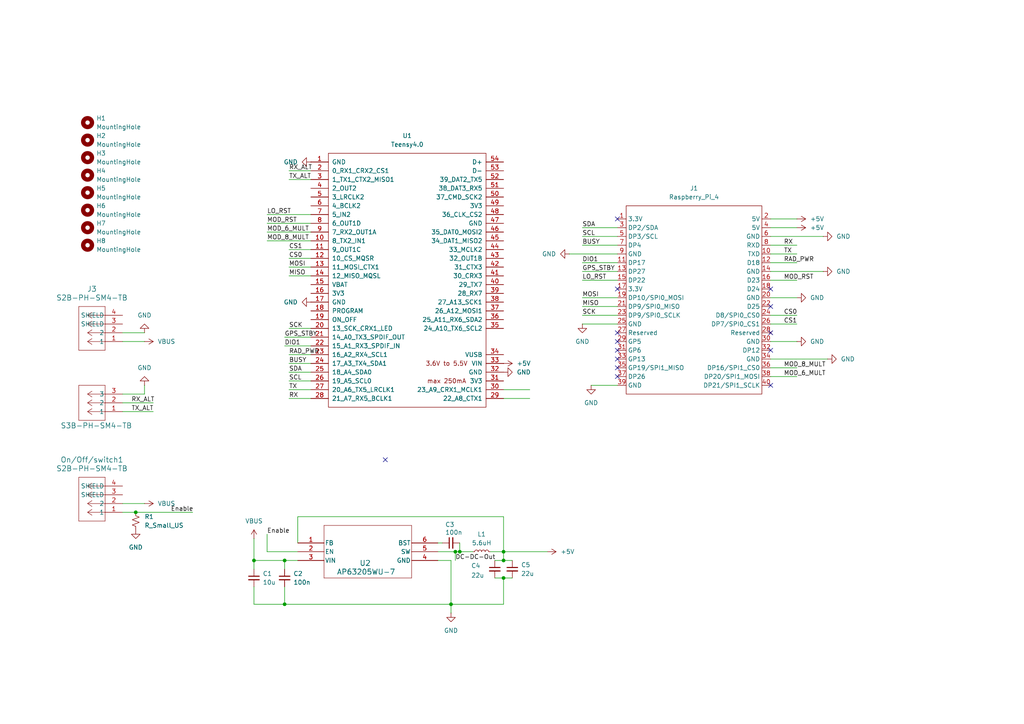
<source format=kicad_sch>
(kicad_sch (version 20231120) (generator "eeschema") (generator_version "8.0")
  (paper "A4")
  (lib_symbols
    (symbol "2024-11-16_05-47-24:AP63205WU-7" (pin_names (offset 0.254))
      (property "Reference" "U3" (at 19.558 -5.842 0))
      (property "Value" "AP63205WU-7" (at 19.812 -8.382 0))
      (symbol "AP63205WU-7_0_1"
        (polyline (pts (xy 7.62 -10.16) (xy 33.02 -10.16)) (stroke (width 0.127)))
        (polyline (pts (xy 7.62 5.08) (xy 7.62 -10.16)) (stroke (width 0.127)))
        (polyline (pts (xy 33.02 -10.16) (xy 33.02 5.08)) (stroke (width 0.127)))
        (polyline (pts (xy 33.02 5.08) (xy 7.62 5.08)) (stroke (width 0.127)))
        (pin input line (at 0 0 0) (length 7.62) (name "FB") (number "1"))
        (pin input line (at 0 -2.54 0) (length 7.62) (name "EN") (number "2"))
        (pin power_in line (at 0 -5.08 0) (length 7.62) (name "VIN") (number "3"))
        (pin power_out line (at 40.64 -5.08 180) (length 7.62) (name "GND") (number "4"))
        (pin output line (at 40.64 -2.54 180) (length 7.62) (name "SW") (number "5"))
        (pin input line (at 40.64 0 180) (length 7.62) (name "BST") (number "6"))
      )
    )
    (symbol "Device:C_Small" (pin_numbers hide) (pin_names (offset 0.254) hide)
      (property "Reference" "C" (at 0.254 1.778 0))
      (property "Value" "C_Small" (at 0.254 -2.032 0))
      (symbol "C_Small_0_1"
        (polyline (pts (xy -1.524 -0.508) (xy 1.524 -0.508)) (stroke (width 0.3302)))
        (polyline (pts (xy -1.524 0.508) (xy 1.524 0.508)) (stroke (width 0.3048)))
      )
      (symbol "C_Small_1_1"
        (pin passive line (at 0 2.54 270) (length 2.032) (name "~") (number "1"))
        (pin passive line (at 0 -2.54 90) (length 2.032) (name "~") (number "2"))
      )
    )
    (symbol "Device:L_Small" (pin_numbers hide) (pin_names (offset 0.254) hide)
      (property "Reference" "L" (at 0.762 1.016 0))
      (property "Value" "L_Small" (at 0.762 -1.016 0))
      (symbol "L_Small_0_1"
        (arc (start 0 -2.032) (mid 0.5058 -1.524) (end 0 -1.016))
        (arc (start 0 -1.016) (mid 0.5058 -0.508) (end 0 0))
        (arc (start 0 0) (mid 0.5058 0.508) (end 0 1.016))
        (arc (start 0 1.016) (mid 0.5058 1.524) (end 0 2.032))
      )
      (symbol "L_Small_1_1"
        (pin passive line (at 0 2.54 270) (length 0.508) (name "~") (number "1"))
        (pin passive line (at 0 -2.54 90) (length 0.508) (name "~") (number "2"))
      )
    )
    (symbol "Device:R_Small_US" (pin_numbers hide) (pin_names (offset 0.254) hide)
      (property "Reference" "R" (at 0.762 0.508 0))
      (property "Value" "R_Small_US" (at 0.762 -1.016 0))
      (symbol "R_Small_US_1_1"
        (polyline (pts (xy 0 0) (xy 1.016 -0.381) (xy 0 -0.762) (xy -1.016 -1.143) (xy 0 -1.524)))
        (polyline (pts (xy 0 1.524) (xy 1.016 1.143) (xy 0 0.762) (xy -1.016 0.381) (xy 0 0)))
        (pin passive line (at 0 2.54 270) (length 1.016) (name "~") (number "1"))
        (pin passive line (at 0 -2.54 90) (length 1.016) (name "~") (number "2"))
      )
    )
    (symbol "JST PH 2pin:S2B-PH-SM4-TB" (pin_names (offset 0.254))
      (property "Reference" "J" (at 8.89 6.35 0))
      (property "Value" "S2B-PH-SM4-TB" (at 0 0 0))
      (symbol "S2B-PH-SM4-TB_1_1"
        (polyline (pts (xy 5.08 -10.16) (xy 12.7 -10.16)) (stroke (width 0.127)))
        (polyline (pts (xy 5.08 2.54) (xy 5.08 -10.16)) (stroke (width 0.127)))
        (polyline (pts (xy 10.16 -7.62) (xy 5.08 -7.62)) (stroke (width 0.127)))
        (polyline (pts (xy 10.16 -7.62) (xy 8.89 -8.4667)) (stroke (width 0.127)))
        (polyline (pts (xy 10.16 -7.62) (xy 8.89 -6.7733)) (stroke (width 0.127)))
        (polyline (pts (xy 10.16 -5.08) (xy 5.08 -5.08)) (stroke (width 0.127)))
        (polyline (pts (xy 10.16 -5.08) (xy 8.89 -5.9267)) (stroke (width 0.127)))
        (polyline (pts (xy 10.16 -5.08) (xy 8.89 -4.2333)) (stroke (width 0.127)))
        (polyline (pts (xy 10.16 -2.54) (xy 5.08 -2.54)) (stroke (width 0.127)))
        (polyline (pts (xy 10.16 -2.54) (xy 8.89 -3.3867)) (stroke (width 0.127)))
        (polyline (pts (xy 10.16 -2.54) (xy 8.89 -1.6933)) (stroke (width 0.127)))
        (polyline (pts (xy 10.16 0) (xy 5.08 0)) (stroke (width 0.127)))
        (polyline (pts (xy 10.16 0) (xy 8.89 -0.8467)) (stroke (width 0.127)))
        (polyline (pts (xy 10.16 0) (xy 8.89 0.8467)) (stroke (width 0.127)))
        (polyline (pts (xy 12.7 -10.16) (xy 12.7 2.54)) (stroke (width 0.127)))
        (polyline (pts (xy 12.7 2.54) (xy 5.08 2.54)) (stroke (width 0.127)))
        (pin unspecified line (at 0 0 0) (length 5.08) (name "1") (number "1"))
        (pin unspecified line (at 0 -2.54 0) (length 5.08) (name "2") (number "2"))
        (pin unspecified line (at 0 -5.08 0) (length 5.08) (name "SHIELD") (number "3"))
        (pin unspecified line (at 0 -7.62 0) (length 5.08) (name "SHIELD") (number "4"))
      )
      (symbol "S2B-PH-SM4-TB_1_2"
        (polyline (pts (xy 5.08 -10.16) (xy 12.7 -10.16)) (stroke (width 0.127)))
        (polyline (pts (xy 5.08 2.54) (xy 5.08 -10.16)) (stroke (width 0.127)))
        (polyline (pts (xy 7.62 -7.62) (xy 5.08 -7.62)) (stroke (width 0.127)))
        (polyline (pts (xy 7.62 -7.62) (xy 8.89 -8.4667)) (stroke (width 0.127)))
        (polyline (pts (xy 7.62 -7.62) (xy 8.89 -6.7733)) (stroke (width 0.127)))
        (polyline (pts (xy 7.62 -5.08) (xy 5.08 -5.08)) (stroke (width 0.127)))
        (polyline (pts (xy 7.62 -5.08) (xy 8.89 -5.9267)) (stroke (width 0.127)))
        (polyline (pts (xy 7.62 -5.08) (xy 8.89 -4.2333)) (stroke (width 0.127)))
        (polyline (pts (xy 7.62 -2.54) (xy 5.08 -2.54)) (stroke (width 0.127)))
        (polyline (pts (xy 7.62 -2.54) (xy 8.89 -3.3867)) (stroke (width 0.127)))
        (polyline (pts (xy 7.62 -2.54) (xy 8.89 -1.6933)) (stroke (width 0.127)))
        (polyline (pts (xy 7.62 0) (xy 5.08 0)) (stroke (width 0.127)))
        (polyline (pts (xy 7.62 0) (xy 8.89 -0.8467)) (stroke (width 0.127)))
        (polyline (pts (xy 7.62 0) (xy 8.89 0.8467)) (stroke (width 0.127)))
        (polyline (pts (xy 12.7 -10.16) (xy 12.7 2.54)) (stroke (width 0.127)))
        (polyline (pts (xy 12.7 2.54) (xy 5.08 2.54)) (stroke (width 0.127)))
        (pin unspecified line (at 0 0 0) (length 5.08) (name "1") (number "1"))
        (pin unspecified line (at 0 -2.54 0) (length 5.08) (name "2") (number "2"))
        (pin unspecified line (at 0 -5.08 0) (length 5.08) (name "SHIELD") (number "3"))
        (pin unspecified line (at 0 -7.62 0) (length 5.08) (name "SHIELD") (number "4"))
      )
    )
    (symbol "JST PH 3pin:S3B-PH-SM4-TB" (pin_names (offset 0.254))
      (property "Reference" "J" (at 8.89 6.35 0))
      (property "Value" "S3B-PH-SM4-TB" (at 0 0 0))
      (symbol "S3B-PH-SM4-TB_1_1"
        (polyline (pts (xy 5.08 -7.62) (xy 12.7 -7.62)) (stroke (width 0.127)))
        (polyline (pts (xy 5.08 2.54) (xy 5.08 -7.62)) (stroke (width 0.127)))
        (polyline (pts (xy 10.16 -5.08) (xy 5.08 -5.08)) (stroke (width 0.127)))
        (polyline (pts (xy 10.16 -5.08) (xy 8.89 -5.9267)) (stroke (width 0.127)))
        (polyline (pts (xy 10.16 -5.08) (xy 8.89 -4.2333)) (stroke (width 0.127)))
        (polyline (pts (xy 10.16 -2.54) (xy 5.08 -2.54)) (stroke (width 0.127)))
        (polyline (pts (xy 10.16 -2.54) (xy 8.89 -3.3867)) (stroke (width 0.127)))
        (polyline (pts (xy 10.16 -2.54) (xy 8.89 -1.6933)) (stroke (width 0.127)))
        (polyline (pts (xy 10.16 0) (xy 5.08 0)) (stroke (width 0.127)))
        (polyline (pts (xy 10.16 0) (xy 8.89 -0.8467)) (stroke (width 0.127)))
        (polyline (pts (xy 10.16 0) (xy 8.89 0.8467)) (stroke (width 0.127)))
        (polyline (pts (xy 12.7 -7.62) (xy 12.7 2.54)) (stroke (width 0.127)))
        (polyline (pts (xy 12.7 2.54) (xy 5.08 2.54)) (stroke (width 0.127)))
        (pin unspecified line (at 0 0 0) (length 5.08) (name "1") (number "1"))
        (pin unspecified line (at 0 -2.54 0) (length 5.08) (name "2") (number "2"))
        (pin unspecified line (at 0 -5.08 0) (length 5.08) (name "3") (number "3"))
      )
      (symbol "S3B-PH-SM4-TB_1_2"
        (polyline (pts (xy 5.08 -7.62) (xy 12.7 -7.62)) (stroke (width 0.127)))
        (polyline (pts (xy 5.08 2.54) (xy 5.08 -7.62)) (stroke (width 0.127)))
        (polyline (pts (xy 7.62 -5.08) (xy 5.08 -5.08)) (stroke (width 0.127)))
        (polyline (pts (xy 7.62 -5.08) (xy 8.89 -5.9267)) (stroke (width 0.127)))
        (polyline (pts (xy 7.62 -5.08) (xy 8.89 -4.2333)) (stroke (width 0.127)))
        (polyline (pts (xy 7.62 -2.54) (xy 5.08 -2.54)) (stroke (width 0.127)))
        (polyline (pts (xy 7.62 -2.54) (xy 8.89 -3.3867)) (stroke (width 0.127)))
        (polyline (pts (xy 7.62 -2.54) (xy 8.89 -1.6933)) (stroke (width 0.127)))
        (polyline (pts (xy 7.62 0) (xy 5.08 0)) (stroke (width 0.127)))
        (polyline (pts (xy 7.62 0) (xy 8.89 -0.8467)) (stroke (width 0.127)))
        (polyline (pts (xy 7.62 0) (xy 8.89 0.8467)) (stroke (width 0.127)))
        (polyline (pts (xy 12.7 -7.62) (xy 12.7 2.54)) (stroke (width 0.127)))
        (polyline (pts (xy 12.7 2.54) (xy 5.08 2.54)) (stroke (width 0.127)))
        (pin unspecified line (at 0 0 0) (length 5.08) (name "1") (number "1"))
        (pin unspecified line (at 0 -2.54 0) (length 5.08) (name "2") (number "2"))
        (pin unspecified line (at 0 -5.08 0) (length 5.08) (name "3") (number "3"))
      )
    )
    (symbol "Mechanical:MountingHole" (pin_names (offset 1.016)) (exclude_from_sim yes) (in_bom no)
      (property "Reference" "H" (at 0 5.08 0))
      (property "Value" "MountingHole" (at 0 3.175 0))
      (symbol "MountingHole_0_1"
        (circle (center 0 0) (radius 1.27) (stroke (width 1.27)))
      )
    )
    (symbol "PI4:Raspberry_Pi_4_headers"
      (property "Reference" "J1" (at 0.635 34.29 0))
      (property "Value" "Raspberry_Pi_4" (at 0.635 31.75 0))
      (symbol "Raspberry_Pi_4_headers_0_1"
        (rectangle (start -19.05 29.21) (end 20.32 -25.4))
      )
      (symbol "Raspberry_Pi_4_headers_1_1"
        (pin power_in line (at -21.59 25.4 0) (length 2.54) (name "3.3V") (number "1"))
        (pin bidirectional line (at 22.86 15.24 180) (length 2.54) (name "TXD") (number "10"))
        (pin bidirectional line (at -21.59 12.7 0) (length 2.54) (name "DP17") (number "11"))
        (pin bidirectional line (at 22.86 12.7 180) (length 2.54) (name "D18") (number "12"))
        (pin bidirectional line (at -21.59 10.16 0) (length 2.54) (name "DP27") (number "13"))
        (pin power_in line (at 22.86 10.16 180) (length 2.54) (name "GND") (number "14"))
        (pin bidirectional line (at -21.59 7.62 0) (length 2.54) (name "DP22") (number "15"))
        (pin bidirectional line (at 22.86 7.62 180) (length 2.54) (name "D23") (number "16"))
        (pin power_in line (at -21.59 5.08 0) (length 2.54) (name "3.3V") (number "17"))
        (pin bidirectional line (at 22.86 5.08 180) (length 2.54) (name "D24") (number "18"))
        (pin bidirectional line (at -21.59 2.54 0) (length 2.54) (name "DP10/SPI0_MOSI") (number "19"))
        (pin power_in line (at 22.86 25.4 180) (length 2.54) (name "5V") (number "2"))
        (pin power_in line (at 22.86 2.54 180) (length 2.54) (name "GND") (number "20"))
        (pin bidirectional line (at -21.59 0 0) (length 2.54) (name "DP9/SPI0_MISO") (number "21"))
        (pin bidirectional line (at 22.86 0 180) (length 2.54) (name "D25") (number "22"))
        (pin bidirectional line (at -21.59 -2.54 0) (length 2.54) (name "DP9/SPI0_SCLK") (number "23"))
        (pin bidirectional line (at 22.86 -2.54 180) (length 2.54) (name "D8/SPI0_CS0") (number "24"))
        (pin power_in line (at -21.59 -5.08 0) (length 2.54) (name "GND") (number "25"))
        (pin bidirectional line (at 22.86 -5.08 180) (length 2.54) (name "DP7/SPI0_CS1") (number "26"))
        (pin bidirectional line (at -21.59 -7.62 0) (length 2.54) (name "Reserved") (number "27"))
        (pin no_connect line (at 22.86 -7.62 180) (length 2.54) (name "Reserved") (number "28"))
        (pin bidirectional line (at -21.59 -10.16 0) (length 2.54) (name "GP5") (number "29"))
        (pin bidirectional line (at -21.59 22.86 0) (length 2.54) (name "DP2/SDA") (number "3"))
        (pin power_in line (at 22.86 -10.16 180) (length 2.54) (name "GND") (number "30"))
        (pin bidirectional line (at -21.59 -12.7 0) (length 2.54) (name "GP6") (number "31"))
        (pin bidirectional line (at 22.86 -12.7 180) (length 2.54) (name "DP12") (number "32"))
        (pin bidirectional line (at -21.59 -15.24 0) (length 2.54) (name "GP13") (number "33"))
        (pin power_in line (at 22.86 -15.24 180) (length 2.54) (name "GND") (number "34"))
        (pin bidirectional line (at -21.59 -17.78 0) (length 2.54) (name "GP19/SPI1_MISO") (number "35"))
        (pin bidirectional line (at 22.86 -17.78 180) (length 2.54) (name "DP16/SPI1_CS0") (number "36"))
        (pin bidirectional line (at -21.59 -20.32 0) (length 2.54) (name "DP26") (number "37"))
        (pin bidirectional line (at 22.86 -20.32 180) (length 2.54) (name "DP20/SPI1_MOSI") (number "38"))
        (pin bidirectional line (at -21.59 -22.86 0) (length 2.54) (name "GND") (number "39"))
        (pin power_in line (at 22.86 22.86 180) (length 2.54) (name "5V") (number "4"))
        (pin bidirectional line (at 22.86 -22.86 180) (length 2.54) (name "DP21/SPI1_SCLK") (number "40"))
        (pin bidirectional line (at -21.59 20.32 0) (length 2.54) (name "DP3/SCL") (number "5"))
        (pin power_in line (at 22.86 20.32 180) (length 2.54) (name "GND") (number "6"))
        (pin bidirectional line (at -21.59 17.78 0) (length 2.54) (name "DP4") (number "7"))
        (pin bidirectional line (at 22.86 17.78 180) (length 2.54) (name "RXD") (number "8"))
        (pin power_in line (at -21.59 15.24 0) (length 2.54) (name "GND") (number "9"))
      )
    )
    (symbol "power:+5V" (power) (pin_numbers hide) (pin_names (offset 0) hide)
      (property "Value" "+5V" (at 0 3.556 0))
      (symbol "+5V_0_1"
        (polyline (pts (xy -0.762 1.27) (xy 0 2.54)))
        (polyline (pts (xy 0 0) (xy 0 2.54)))
        (polyline (pts (xy 0 2.54) (xy 0.762 1.27)))
      )
      (symbol "+5V_1_1"
        (pin power_in line (at 0 0 90) (length 0) (name "~") (number "1"))
      )
    )
    (symbol "power:GND" (power) (pin_numbers hide) (pin_names (offset 0) hide)
      (property "Value" "GND" (at 0 -3.81 0))
      (symbol "GND_0_1"
        (polyline (pts (xy 0 0) (xy 0 -1.27) (xy 1.27 -1.27) (xy 0 -2.54) (xy -1.27 -1.27) (xy 0 -1.27)))
      )
      (symbol "GND_1_1"
        (pin power_in line (at 0 0 270) (length 0) (name "~") (number "1"))
      )
    )
    (symbol "power:VBUS" (power) (pin_numbers hide) (pin_names (offset 0) hide)
      (property "Value" "VBUS" (at 0 3.556 0))
      (symbol "VBUS_0_1"
        (polyline (pts (xy -0.762 1.27) (xy 0 2.54)))
        (polyline (pts (xy 0 0) (xy 0 2.54)))
        (polyline (pts (xy 0 2.54) (xy 0.762 1.27)))
      )
      (symbol "VBUS_1_1"
        (pin power_in line (at 0 0 90) (length 0) (name "~") (number "1"))
      )
    )
    (symbol "teensy:Teensy4.0" (pin_names (offset 1.016))
      (property "Reference" "U" (at 0 39.37 0))
      (property "Value" "Teensy4.0" (at 0 -39.37 0))
      (symbol "Teensy4.0_0_0"
        (text "3.6V to 5.5V" (at 11.43 -24.13 0) (effects (font (size 1.27 1.27))))
        (text "max 250mA" (at 11.43 -29.21 0) (effects (font (size 1.27 1.27))))
        (pin bidirectional line (at -27.94 11.43 0) (length 5.08) (name "8_TX2_IN1") (number "10"))
        (pin bidirectional line (at -27.94 8.89 0) (length 5.08) (name "9_OUT1C") (number "11"))
        (pin bidirectional line (at -27.94 6.35 0) (length 5.08) (name "10_CS_MQSR") (number "12"))
        (pin bidirectional line (at -27.94 3.81 0) (length 5.08) (name "11_MOSI_CTX1") (number "13"))
        (pin bidirectional line (at -27.94 1.27 0) (length 5.08) (name "12_MISO_MQSL") (number "14"))
        (pin power_in line (at -27.94 -1.27 0) (length 5.08) (name "VBAT") (number "15"))
        (pin power_in line (at -27.94 -3.81 0) (length 5.08) (name "3V3") (number "16"))
        (pin power_in line (at -27.94 -6.35 0) (length 5.08) (name "GND") (number "17"))
        (pin input line (at -27.94 -8.89 0) (length 5.08) (name "PROGRAM") (number "18"))
        (pin input line (at -27.94 -11.43 0) (length 5.08) (name "ON_OFF") (number "19"))
        (pin bidirectional line (at -27.94 -13.97 0) (length 5.08) (name "13_SCK_CRX1_LED") (number "20"))
        (pin bidirectional line (at -27.94 -16.51 0) (length 5.08) (name "14_A0_TX3_SPDIF_OUT") (number "21"))
        (pin bidirectional line (at -27.94 -19.05 0) (length 5.08) (name "15_A1_RX3_SPDIF_IN") (number "22"))
        (pin bidirectional line (at -27.94 -21.59 0) (length 5.08) (name "16_A2_RX4_SCL1") (number "23"))
        (pin bidirectional line (at -27.94 -24.13 0) (length 5.08) (name "17_A3_TX4_SDA1") (number "24"))
        (pin bidirectional line (at -27.94 -26.67 0) (length 5.08) (name "18_A4_SDA0") (number "25"))
        (pin bidirectional line (at -27.94 -29.21 0) (length 5.08) (name "19_A5_SCL0") (number "26"))
        (pin bidirectional line (at -27.94 -31.75 0) (length 5.08) (name "20_A6_TX5_LRCLK1") (number "27"))
        (pin bidirectional line (at -27.94 -34.29 0) (length 5.08) (name "21_A7_RX5_BCLK1") (number "28"))
        (pin bidirectional line (at 27.94 -34.29 180) (length 5.08) (name "22_A8_CTX1") (number "29"))
        (pin bidirectional line (at 27.94 -31.75 180) (length 5.08) (name "23_A9_CRX1_MCLK1") (number "30"))
        (pin power_out line (at 27.94 -29.21 180) (length 5.08) (name "3V3") (number "31"))
        (pin power_in line (at 27.94 -26.67 180) (length 5.08) (name "GND") (number "32"))
        (pin power_in line (at 27.94 -24.13 180) (length 5.08) (name "VIN") (number "33"))
        (pin power_out line (at 27.94 -21.59 180) (length 5.08) (name "VUSB") (number "34"))
        (pin bidirectional line (at 27.94 -13.97 180) (length 5.08) (name "24_A10_TX6_SCL2") (number "35"))
        (pin bidirectional line (at 27.94 -11.43 180) (length 5.08) (name "25_A11_RX6_SDA2") (number "36"))
        (pin bidirectional line (at 27.94 -8.89 180) (length 5.08) (name "26_A12_MOSI1") (number "37"))
        (pin bidirectional line (at 27.94 -6.35 180) (length 5.08) (name "27_A13_SCK1") (number "38"))
        (pin bidirectional line (at 27.94 -3.81 180) (length 5.08) (name "28_RX7") (number "39"))
        (pin bidirectional line (at 27.94 -1.27 180) (length 5.08) (name "29_TX7") (number "40"))
        (pin bidirectional line (at 27.94 1.27 180) (length 5.08) (name "30_CRX3") (number "41"))
        (pin bidirectional line (at 27.94 3.81 180) (length 5.08) (name "31_CTX3") (number "42"))
        (pin bidirectional line (at 27.94 6.35 180) (length 5.08) (name "32_OUT1B") (number "43"))
        (pin bidirectional line (at 27.94 8.89 180) (length 5.08) (name "33_MCLK2") (number "44"))
        (pin bidirectional line (at 27.94 11.43 180) (length 5.08) (name "34_DAT1_MISO2") (number "45"))
        (pin bidirectional line (at 27.94 13.97 180) (length 5.08) (name "35_DAT0_MOSI2") (number "46"))
        (pin power_out line (at 27.94 16.51 180) (length 5.08) (name "GND") (number "47"))
        (pin bidirectional line (at 27.94 19.05 180) (length 5.08) (name "36_CLK_CS2") (number "48"))
        (pin power_out line (at 27.94 21.59 180) (length 5.08) (name "3V3") (number "49"))
        (pin bidirectional line (at -27.94 24.13 0) (length 5.08) (name "3_LRCLK2") (number "5"))
        (pin bidirectional line (at 27.94 24.13 180) (length 5.08) (name "37_CMD_SCK2") (number "50"))
        (pin bidirectional line (at 27.94 26.67 180) (length 5.08) (name "38_DAT3_RX5") (number "51"))
        (pin bidirectional line (at 27.94 29.21 180) (length 5.08) (name "39_DAT2_TX5") (number "52"))
        (pin bidirectional line (at 27.94 31.75 180) (length 5.08) (name "D-") (number "53"))
        (pin bidirectional line (at 27.94 34.29 180) (length 5.08) (name "D+") (number "54"))
        (pin bidirectional line (at -27.94 21.59 0) (length 5.08) (name "4_BCLK2") (number "6"))
        (pin bidirectional line (at -27.94 19.05 0) (length 5.08) (name "5_IN2") (number "7"))
        (pin bidirectional line (at -27.94 16.51 0) (length 5.08) (name "6_OUT1D") (number "8"))
        (pin bidirectional line (at -27.94 13.97 0) (length 5.08) (name "7_RX2_OUT1A") (number "9"))
      )
      (symbol "Teensy4.0_0_1"
        (rectangle (start -22.86 36.83) (end 22.86 -36.83))
        (rectangle (start -20.32 -31.75) (end -20.32 -31.75))
      )
      (symbol "Teensy4.0_1_1"
        (pin power_in line (at -27.94 34.29 0) (length 5.08) (name "GND") (number "1"))
        (pin bidirectional line (at -27.94 31.75 0) (length 5.08) (name "0_RX1_CRX2_CS1") (number "2"))
        (pin bidirectional line (at -27.94 29.21 0) (length 5.08) (name "1_TX1_CTX2_MISO1") (number "3"))
        (pin bidirectional line (at -27.94 26.67 0) (length 5.08) (name "2_OUT2") (number "4"))
      )
    )
  )
  (junction (at 82.55 175.26))
  (junction (at 82.55 162.56))
  (junction (at 146.05 162.56))
  (junction (at 146.05 167.64))
  (junction (at 73.66 162.56))
  (junction (at 39.37 148.59))
  (junction (at 146.05 160.02))
  (junction (at 130.81 175.26))
  (junction (at 132.08 160.02))
  (junction (at 133.35 160.02))
  (no_connect (at 111.76 133.35))
  (no_connect (at 179.07 63.5))
  (no_connect (at 179.07 96.52))
  (no_connect (at 179.07 104.14))
  (no_connect (at 179.07 106.68))
  (no_connect (at 223.52 96.52))
  (no_connect (at 179.07 109.22))
  (no_connect (at 223.52 101.6))
  (no_connect (at 179.07 83.82))
  (no_connect (at 223.52 83.82))
  (no_connect (at 223.52 88.9))
  (no_connect (at 179.07 99.06))
  (no_connect (at 223.52 111.76))
  (no_connect (at 179.07 101.6))
  (wire (pts (xy 83.82 77.47) (xy 90.17 77.47)))
  (wire (pts (xy 77.47 154.94) (xy 77.47 160.02)))
  (wire (pts (xy 77.47 69.85) (xy 90.17 69.85)))
  (wire (pts (xy 83.82 80.01) (xy 90.17 80.01)))
  (wire (pts (xy 130.81 162.56) (xy 127 162.56)))
  (wire (pts (xy 223.52 106.68) (xy 231.14 106.68)))
  (wire (pts (xy 130.81 175.26) (xy 130.81 162.56)))
  (wire (pts (xy 83.82 52.07) (xy 90.17 52.07)))
  (wire (pts (xy 168.91 91.44) (xy 179.07 91.44)))
  (wire (pts (xy 83.82 105.41) (xy 90.17 105.41)))
  (wire (pts (xy 35.56 96.52) (xy 41.91 96.52)))
  (wire (pts (xy 83.82 95.25) (xy 90.17 95.25)))
  (wire (pts (xy 223.52 86.36) (xy 231.14 86.36)))
  (wire (pts (xy 146.05 167.64) (xy 146.05 175.26)))
  (wire (pts (xy 82.55 165.1) (xy 82.55 162.56)))
  (wire (pts (xy 83.82 102.87) (xy 90.17 102.87)))
  (wire (pts (xy 223.52 91.44) (xy 231.14 91.44)))
  (wire (pts (xy 168.91 93.98) (xy 179.07 93.98)))
  (wire (pts (xy 168.91 66.04) (xy 179.07 66.04)))
  (wire (pts (xy 44.45 119.38) (xy 35.56 119.38)))
  (wire (pts (xy 77.47 160.02) (xy 86.36 160.02)))
  (wire (pts (xy 73.66 162.56) (xy 73.66 165.1)))
  (wire (pts (xy 146.05 167.64) (xy 148.59 167.64)))
  (wire (pts (xy 223.52 78.74) (xy 238.76 78.74)))
  (wire (pts (xy 223.52 109.22) (xy 231.14 109.22)))
  (wire (pts (xy 132.08 162.56) (xy 132.08 160.02)))
  (wire (pts (xy 82.55 162.56) (xy 86.36 162.56)))
  (wire (pts (xy 83.82 49.53) (xy 90.17 49.53)))
  (wire (pts (xy 82.55 175.26) (xy 130.81 175.26)))
  (wire (pts (xy 223.52 68.58) (xy 238.76 68.58)))
  (wire (pts (xy 146.05 115.57) (xy 153.67 115.57)))
  (wire (pts (xy 223.52 81.28) (xy 231.14 81.28)))
  (wire (pts (xy 77.47 62.23) (xy 90.17 62.23)))
  (wire (pts (xy 82.55 100.33) (xy 90.17 100.33)))
  (wire (pts (xy 83.82 113.03) (xy 90.17 113.03)))
  (wire (pts (xy 39.37 148.59) (xy 55.88 148.59)))
  (wire (pts (xy 168.91 78.74) (xy 179.07 78.74)))
  (wire (pts (xy 82.55 97.79) (xy 90.17 97.79)))
  (wire (pts (xy 83.82 74.93) (xy 90.17 74.93)))
  (wire (pts (xy 146.05 162.56) (xy 148.59 162.56)))
  (wire (pts (xy 35.56 148.59) (xy 39.37 148.59)))
  (wire (pts (xy 146.05 160.02) (xy 142.24 160.02)))
  (wire (pts (xy 146.05 160.02) (xy 146.05 162.56)))
  (wire (pts (xy 86.36 149.86) (xy 146.05 149.86)))
  (wire (pts (xy 130.81 177.8) (xy 130.81 175.26)))
  (wire (pts (xy 83.82 115.57) (xy 90.17 115.57)))
  (wire (pts (xy 73.66 156.21) (xy 73.66 162.56)))
  (wire (pts (xy 168.91 88.9) (xy 179.07 88.9)))
  (wire (pts (xy 143.51 162.56) (xy 146.05 162.56)))
  (wire (pts (xy 132.08 160.02) (xy 133.35 160.02)))
  (wire (pts (xy 223.52 63.5) (xy 231.14 63.5)))
  (wire (pts (xy 35.56 116.84) (xy 44.45 116.84)))
  (wire (pts (xy 77.47 64.77) (xy 90.17 64.77)))
  (wire (pts (xy 168.91 71.12) (xy 179.07 71.12)))
  (wire (pts (xy 223.52 104.14) (xy 240.03 104.14)))
  (wire (pts (xy 146.05 160.02) (xy 158.75 160.02)))
  (wire (pts (xy 223.52 66.04) (xy 231.14 66.04)))
  (wire (pts (xy 133.35 157.48) (xy 133.35 160.02)))
  (wire (pts (xy 82.55 170.18) (xy 82.55 175.26)))
  (wire (pts (xy 77.47 67.31) (xy 90.17 67.31)))
  (wire (pts (xy 168.91 81.28) (xy 179.07 81.28)))
  (wire (pts (xy 133.35 160.02) (xy 137.16 160.02)))
  (wire (pts (xy 41.91 114.3) (xy 41.91 111.76)))
  (wire (pts (xy 127 160.02) (xy 132.08 160.02)))
  (wire (pts (xy 143.51 167.64) (xy 146.05 167.64)))
  (wire (pts (xy 168.91 76.2) (xy 179.07 76.2)))
  (wire (pts (xy 223.52 99.06) (xy 231.14 99.06)))
  (wire (pts (xy 83.82 107.95) (xy 90.17 107.95)))
  (wire (pts (xy 83.82 110.49) (xy 90.17 110.49)))
  (wire (pts (xy 171.45 111.76) (xy 179.07 111.76)))
  (wire (pts (xy 223.52 71.12) (xy 231.14 71.12)))
  (wire (pts (xy 168.91 86.36) (xy 179.07 86.36)))
  (wire (pts (xy 223.52 73.66) (xy 231.14 73.66)))
  (wire (pts (xy 35.56 114.3) (xy 41.91 114.3)))
  (wire (pts (xy 86.36 157.48) (xy 86.36 149.86)))
  (wire (pts (xy 83.82 72.39) (xy 90.17 72.39)))
  (wire (pts (xy 35.56 99.06) (xy 41.91 99.06)))
  (wire (pts (xy 146.05 113.03) (xy 153.67 113.03)))
  (wire (pts (xy 146.05 149.86) (xy 146.05 160.02)))
  (wire (pts (xy 130.81 175.26) (xy 146.05 175.26)))
  (wire (pts (xy 165.1 73.66) (xy 179.07 73.66)))
  (wire (pts (xy 73.66 162.56) (xy 82.55 162.56)))
  (wire (pts (xy 223.52 76.2) (xy 231.14 76.2)))
  (wire (pts (xy 168.91 68.58) (xy 179.07 68.58)))
  (wire (pts (xy 223.52 93.98) (xy 231.14 93.98)))
  (wire (pts (xy 73.66 175.26) (xy 82.55 175.26)))
  (wire (pts (xy 73.66 170.18) (xy 73.66 175.26)))
  (wire (pts (xy 35.56 146.05) (xy 41.91 146.05)))
  (wire (pts (xy 127 157.48) (xy 128.27 157.48)))
  (label "SDA" (at 168.91 66.04 0))
  (label "CS0" (at 83.82 74.93 0))
  (label "CS1" (at 83.82 72.39 0))
  (label "LO_RST" (at 168.91 81.28 0))
  (label "TX_ALT" (at 38.1 119.38 0))
  (label "MISO" (at 168.91 88.9 0))
  (label "MOD_8_MULT" (at 77.47 69.85 0))
  (label "MOSI" (at 168.91 86.36 0))
  (label "RAD_PWR" (at 227.33 76.2 0))
  (label "MOD_RST" (at 227.33 81.28 0))
  (label "MOD_6_MULT" (at 77.47 67.31 0))
  (label "RX_ALT" (at 38.1 116.84 0))
  (label "RX_ALT" (at 83.82 49.53 0))
  (label "DIO1" (at 168.91 76.2 0))
  (label "SCK" (at 83.82 95.25 0))
  (label "GPS_STBY" (at 168.91 78.74 0))
  (label "MOD_8_MULT" (at 227.33 106.68 0))
  (label "TX_ALT" (at 83.82 52.07 0))
  (label "SDA" (at 83.82 107.95 0))
  (label "DIO1" (at 82.55 100.33 0))
  (label "SCK" (at 168.91 91.44 0))
  (label "SCL" (at 168.91 68.58 0))
  (label "MOSI" (at 83.82 77.47 0))
  (label "GPS_STBY" (at 82.55 97.79 0))
  (label "LO_RST" (at 77.47 62.23 0))
  (label "DC-DC-Out" (at 132.08 162.56 0))
  (label "MISO" (at 83.82 80.01 0))
  (label "MOD_RST" (at 77.47 64.77 0))
  (label "Enable" (at 77.47 154.94 0))
  (label "SCL" (at 83.82 110.49 0))
  (label "CS0" (at 227.33 91.44 0))
  (label "RX" (at 83.82 115.57 0))
  (label "MOD_6_MULT" (at 227.33 109.22 0))
  (label "TX" (at 83.82 113.03 0))
  (label "RAD_PWR" (at 83.82 102.87 0))
  (label "RX" (at 227.33 71.12 0))
  (label "CS1" (at 227.33 93.98 0))
  (label "BUSY" (at 168.91 71.12 0))
  (label "BUSY" (at 83.82 105.41 0))
  (label "Enable" (at 49.53 148.59 0))
  (label "TX" (at 227.33 73.66 0))
  (symbol (lib_id "power:+5V") (at 158.75 160.02 270) (unit 1)
    (property "Reference" "#PWR03" (effects (hide yes)))
    (property "Value" "+5V" (at 162.56 160.0199 90) (effects (justify left)))
    (property "Description" "Power symbol creates a global label with name \"+5V\"" (effects (hide yes)))
  )
  (symbol (lib_id "PI4:Raspberry_Pi_4_headers") (at 200.66 88.9 0) (unit 1)
    (property "Reference" "J1" (at 201.295 54.61 0))
    (property "Value" "Raspberry_Pi_4" (at 201.295 57.15 0))
    (property "Footprint" "Connector_PinHeader_2.54mm:PinHeader_2x20_P2.54mm_Vertical" (effects (hide yes)))
    (property "Description" "expansion header for Raspberry Pi 4" (effects (hide yes)))
  )
  (symbol (lib_id "JST PH 2pin:S2B-PH-SM4-TB") (at 35.56 99.06 180) (unit 1)
    (property "Reference" "J3" (at 26.67 83.82 0) (effects (font (size 1.524 1.524))))
    (property "Value" "S2B-PH-SM4-TB" (at 26.67 86.36 0) (effects (font (size 1.524 1.524))))
    (property "Footprint" "CONN_S2B-PH-SM4-TB_JST" (effects (hide yes)))
    (property "Datasheet" "S2B-PH-SM4-TB" (effects (hide yes)))
  )
  (symbol (lib_id "power:GND") (at 168.91 93.98 0) (unit 1)
    (property "Reference" "#PWR05" (effects (hide yes)))
    (property "Value" "GND" (at 168.91 99.06 0))
    (property "Description" "Power symbol creates a global label with name \"GND\" , ground" (effects (hide yes)))
  )
  (symbol (lib_id "power:+5V") (at 231.14 66.04 270) (unit 1)
    (property "Reference" "#PWR011" (effects (hide yes)))
    (property "Value" "+5V" (at 234.95 66.0399 90) (effects (justify left)))
    (property "Description" "Power symbol creates a global label with name \"+5V\"" (effects (hide yes)))
  )
  (symbol (lib_id "power:+5V") (at 231.14 63.5 270) (unit 1)
    (property "Reference" "#PWR012" (effects (hide yes)))
    (property "Value" "+5V" (at 234.95 63.4999 90) (effects (justify left)))
    (property "Description" "Power symbol creates a global label with name \"+5V\"" (effects (hide yes)))
  )
  (symbol (lib_id "power:VBUS") (at 73.66 156.21 0) (unit 1)
    (property "Reference" "#PWR01" (effects (hide yes)))
    (property "Value" "VBUS" (at 73.66 151.13 0))
    (property "Description" "Power symbol creates a global label with name \"VBUS\"" (effects (hide yes)))
  )
  (symbol (lib_id "teensy:Teensy4.0") (at 118.11 81.28 0) (unit 1)
    (property "Reference" "U1" (at 118.11 39.37 0))
    (property "Value" "Teensy4.0" (at 118.11 41.91 0))
    (property "Footprint" "teensy:Teensy40" (effects (hide yes)))
  )
  (symbol (lib_id "JST PH 2pin:S2B-PH-SM4-TB") (at 35.56 148.59 180) (unit 1)
    (property "Reference" "On/Off/switch1" (at 26.67 133.35 0) (effects (font (size 1.524 1.524))))
    (property "Value" "S2B-PH-SM4-TB" (at 26.67 135.89 0) (effects (font (size 1.524 1.524))))
    (property "Footprint" "JST PH 2pin:CONN_S2B-PH-SM4-TB_JST_no_circle" (effects (hide yes)))
    (property "Datasheet" "S2B-PH-SM4-TB" (effects (hide yes)))
  )
  (symbol (lib_id "2024-11-16_05-47-24:AP63205WU-7") (at 86.36 157.48 0) (unit 1)
    (property "Reference" "U2" (at 105.918 163.322 0) (effects (font (size 1.524 1.524))))
    (property "Value" "AP63205WU-7" (at 106.172 165.862 0) (effects (font (size 1.524 1.524))))
    (property "Footprint" "footprints:SOIC_05WU-7_DIO" (effects (hide yes)))
    (property "Datasheet" "AP63205WU-7" (effects (hide yes)))
    (property "Manufacturer_part_number" "AP63205WU-7" (effects (hide yes)))
    (property "MANUFACTURER" "Diodes Incorporated" (effects (hide yes)))
    (property "Description_1" "DC-DC" (effects (hide yes)))
  )
  (symbol (lib_id "Device:R_Small_US") (at 39.37 151.13 0) (unit 1)
    (property "Reference" "R1" (at 41.91 149.8599 0) (effects (justify left)))
    (property "Value" "R_Small_US" (at 41.91 152.3999 0) (effects (justify left)))
    (property "Footprint" "Resistor_SMD:R_0402_1005Metric_Pad0.72x0.64mm_HandSolder" (effects (hide yes)))
    (property "Description" "Resistor, small US symbol" (effects (hide yes)))
  )
  (symbol (lib_id "power:GND") (at 165.1 73.66 270) (unit 1)
    (property "Reference" "#PWR04" (effects (hide yes)))
    (property "Value" "GND" (at 161.29 73.6599 90) (effects (justify right)))
    (property "Description" "Power symbol creates a global label with name \"GND\" , ground" (effects (hide yes)))
  )
  (symbol (lib_id "power:GND") (at 90.17 46.99 270) (unit 1)
    (property "Reference" "#PWR016" (effects (hide yes)))
    (property "Value" "GND" (at 86.36 46.9899 90) (effects (justify right)))
    (property "Description" "Power symbol creates a global label with name \"GND\" , ground" (effects (hide yes)))
  )
  (symbol (lib_id "Mechanical:MountingHole") (at 25.4 45.72 0) (unit 1) (exclude_from_sim yes) (in_bom no)
    (property "Reference" "H3" (at 27.94 44.4499 0) (effects (justify left)))
    (property "Value" "MountingHole" (at 27.94 46.9899 0) (effects (justify left)))
    (property "Footprint" "MountingHole:MountingHole_3mm" (effects (hide yes)))
    (property "Description" "Mounting Hole without connection" (effects (hide yes)))
  )
  (symbol (lib_id "Device:L_Small") (at 139.7 160.02 90) (unit 1)
    (property "Reference" "L1" (at 139.7 154.94 90))
    (property "Value" "5.6uH" (at 139.7 157.48 90))
    (property "Footprint" "TF:WE-XHMI SMT Power Inductor 4040" (effects (hide yes)))
    (property "Description" "Inductor, small symbol" (effects (hide yes)))
    (property "Manufacturer_part_number" "74439325056" (effects (hide yes)))
    (property "MANUFACTURER" "Würth Elektronik" (effects (hide yes)))
    (property "Description_1" "Inductor" (effects (hide yes)))
  )
  (symbol (lib_id "Mechanical:MountingHole") (at 25.4 50.8 0) (unit 1) (exclude_from_sim yes) (in_bom no)
    (property "Reference" "H4" (at 27.94 49.5299 0) (effects (justify left)))
    (property "Value" "MountingHole" (at 27.94 52.0699 0) (effects (justify left)))
    (property "Footprint" "MountingHole:MountingHole_3mm" (effects (hide yes)))
    (property "Description" "Mounting Hole without connection" (effects (hide yes)))
  )
  (symbol (lib_id "Device:C_Small") (at 148.59 165.1 0) (unit 1)
    (property "Reference" "C5" (at 151.13 163.8362 0) (effects (justify left)))
    (property "Value" "22u" (at 151.13 166.3762 0) (effects (justify left)))
    (property "Footprint" "Capacitor_SMD:C_0603_1608Metric_Pad1.08x0.95mm_HandSolder" (effects (hide yes)))
    (property "Description" "Unpolarized capacitor, small symbol" (effects (hide yes)))
    (property "Manufacturer_part_number" "CL10A226MP8NUNE" (effects (hide yes)))
    (property "MANUFACTURER" "Samsung Electro-Mechanics" (effects (hide yes)))
    (property "Description_1" "Capacitor" (effects (hide yes)))
  )
  (symbol (lib_id "Mechanical:MountingHole") (at 25.4 55.88 0) (unit 1) (exclude_from_sim yes) (in_bom no)
    (property "Reference" "H5" (at 27.94 54.6099 0) (effects (justify left)))
    (property "Value" "MountingHole" (at 27.94 57.1499 0) (effects (justify left)))
    (property "Footprint" "MountingHole:MountingHole_3mm" (effects (hide yes)))
    (property "Description" "Mounting Hole without connection" (effects (hide yes)))
  )
  (symbol (lib_id "power:GND") (at 231.14 99.06 90) (unit 1)
    (property "Reference" "#PWR07" (effects (hide yes)))
    (property "Value" "GND" (at 234.95 99.0599 90) (effects (justify right)))
    (property "Description" "Power symbol creates a global label with name \"GND\" , ground" (effects (hide yes)))
  )
  (symbol (lib_id "power:GND") (at 171.45 111.76 0) (unit 1)
    (property "Reference" "#PWR013" (effects (hide yes)))
    (property "Value" "GND" (at 171.45 116.84 0))
    (property "Description" "Power symbol creates a global label with name \"GND\" , ground" (effects (hide yes)))
  )
  (symbol (lib_id "power:GND") (at 41.91 111.76 180) (unit 1)
    (property "Reference" "#PWR018" (effects (hide yes)))
    (property "Value" "GND" (at 41.91 106.68 0))
    (property "Description" "Power symbol creates a global label with name \"GND\" , ground" (effects (hide yes)))
  )
  (symbol (lib_id "Mechanical:MountingHole") (at 25.4 35.56 0) (unit 1) (exclude_from_sim yes) (in_bom no)
    (property "Reference" "H1" (at 27.94 34.2899 0) (effects (justify left)))
    (property "Value" "MountingHole" (at 27.94 36.8299 0) (effects (justify left)))
    (property "Footprint" "MountingHole:MountingHole_3mm" (effects (hide yes)))
    (property "Description" "Mounting Hole without connection" (effects (hide yes)))
  )
  (symbol (lib_id "Device:C_Small") (at 82.55 167.64 0) (unit 1)
    (property "Reference" "C2" (at 85.09 166.3762 0) (effects (justify left)))
    (property "Value" "100n" (at 85.09 168.9162 0) (effects (justify left)))
    (property "Footprint" "Capacitor_SMD:C_0603_1608Metric_Pad1.08x0.95mm_HandSolder" (effects (hide yes)))
    (property "Description" "Unpolarized capacitor, small symbol" (effects (hide yes)))
    (property "Manufacturer_part_number" "GMK107BJ104KAHT" (effects (hide yes)))
    (property "MANUFACTURER" "Taiyo Yuden" (effects (hide yes)))
    (property "Description_1" "Capacitor" (effects (hide yes)))
  )
  (symbol (lib_id "power:GND") (at 238.76 68.58 90) (unit 1)
    (property "Reference" "#PWR010" (effects (hide yes)))
    (property "Value" "GND" (at 242.57 68.5799 90) (effects (justify right)))
    (property "Description" "Power symbol creates a global label with name \"GND\" , ground" (effects (hide yes)))
  )
  (symbol (lib_id "Device:C_Small") (at 130.81 157.48 90) (unit 1)
    (property "Reference" "C3" (at 131.826 152.146 90) (effects (justify left)))
    (property "Value" "100n" (at 134.112 154.432 90) (effects (justify left)))
    (property "Footprint" "Capacitor_SMD:C_0402_1005Metric_Pad0.74x0.62mm_HandSolder" (effects (hide yes)))
    (property "Description" "Unpolarized capacitor, small symbol" (effects (hide yes)))
    (property "Manufacturer_part_number" "GMK107BJ104KAHT" (effects (hide yes)))
    (property "MANUFACTURER" "Taiyo Yuden" (effects (hide yes)))
    (property "Description_1" "Capacitor" (effects (hide yes)))
  )
  (symbol (lib_id "power:GND") (at 240.03 104.14 90) (unit 1)
    (property "Reference" "#PWR06" (effects (hide yes)))
    (property "Value" "GND" (at 243.84 104.1399 90) (effects (justify right)))
    (property "Description" "Power symbol creates a global label with name \"GND\" , ground" (effects (hide yes)))
  )
  (symbol (lib_id "Device:C_Small") (at 73.66 167.64 0) (unit 1)
    (property "Reference" "C1" (at 76.2 166.3762 0) (effects (justify left)))
    (property "Value" "10u" (at 76.2 168.9162 0) (effects (justify left)))
    (property "Footprint" "Capacitor_SMD:C_1206_3216Metric_Pad1.33x1.80mm_HandSolder" (effects (hide yes)))
    (property "Description" "Unpolarized capacitor, small symbol" (effects (hide yes)))
    (property "Manufacturer_part_number" "GRT319R6YA106KE01D" (effects (hide yes)))
    (property "MANUFACTURER" "Murata Electronics" (effects (hide yes)))
    (property "Description_1" "Capacitor" (effects (hide yes)))
  )
  (symbol (lib_id "Mechanical:MountingHole") (at 25.4 66.04 0) (unit 1) (exclude_from_sim yes) (in_bom no)
    (property "Reference" "H7" (at 27.94 64.7699 0) (effects (justify left)))
    (property "Value" "MountingHole" (at 27.94 67.3099 0) (effects (justify left)))
    (property "Footprint" "MountingHole:MountingHole_3mm" (effects (hide yes)))
    (property "Description" "Mounting Hole without connection" (effects (hide yes)))
  )
  (symbol (lib_id "Mechanical:MountingHole") (at 25.4 60.96 0) (unit 1) (exclude_from_sim yes) (in_bom no)
    (property "Reference" "H6" (at 27.94 59.6899 0) (effects (justify left)))
    (property "Value" "MountingHole" (at 27.94 62.2299 0) (effects (justify left)))
    (property "Footprint" "MountingHole:MountingHole_3mm" (effects (hide yes)))
    (property "Description" "Mounting Hole without connection" (effects (hide yes)))
  )
  (symbol (lib_id "power:GND") (at 41.91 96.52 180) (unit 1)
    (property "Reference" "#PWR020" (effects (hide yes)))
    (property "Value" "GND" (at 41.91 91.44 0))
    (property "Description" "Power symbol creates a global label with name \"GND\" , ground" (effects (hide yes)))
  )
  (symbol (lib_id "power:+5V") (at 146.05 105.41 270) (unit 1)
    (property "Reference" "#PWR014" (effects (hide yes)))
    (property "Value" "+5V" (at 149.86 105.4099 90) (effects (justify left)))
    (property "Description" "Power symbol creates a global label with name \"+5V\"" (effects (hide yes)))
  )
  (symbol (lib_id "Mechanical:MountingHole") (at 25.4 71.12 0) (unit 1) (exclude_from_sim yes) (in_bom no)
    (property "Reference" "H8" (at 27.94 69.8499 0) (effects (justify left)))
    (property "Value" "MountingHole" (at 27.94 72.3899 0) (effects (justify left)))
    (property "Footprint" "MountingHole:MountingHole_3mm" (effects (hide yes)))
    (property "Description" "Mounting Hole without connection" (effects (hide yes)))
  )
  (symbol (lib_id "power:VBUS") (at 41.91 99.06 270) (unit 1)
    (property "Reference" "#PWR019" (effects (hide yes)))
    (property "Value" "VBUS" (at 45.72 99.0599 90) (effects (justify left)))
    (property "Description" "Power symbol creates a global label with name \"VBUS\"" (effects (hide yes)))
  )
  (symbol (lib_id "power:VBUS") (at 41.91 146.05 270) (unit 1)
    (property "Reference" "#PWR022" (effects (hide yes)))
    (property "Value" "VBUS" (at 45.72 146.0499 90) (effects (justify left)))
    (property "Description" "Power symbol creates a global label with name \"VBUS\"" (effects (hide yes)))
  )
  (symbol (lib_id "power:GND") (at 231.14 86.36 90) (unit 1)
    (property "Reference" "#PWR08" (effects (hide yes)))
    (property "Value" "GND" (at 234.95 86.3599 90) (effects (justify right)))
    (property "Description" "Power symbol creates a global label with name \"GND\" , ground" (effects (hide yes)))
  )
  (symbol (lib_id "JST PH 3pin:S3B-PH-SM4-TB") (at 35.56 119.38 180) (unit 1)
    (property "Reference" "J2" (effects (hide yes)))
    (property "Value" "S3B-PH-SM4-TB" (at 27.94 123.444 0) (effects (font (size 1.524 1.524))))
    (property "Footprint" "TF:3pin pad" (effects (hide yes)))
    (property "Datasheet" "S3B-PH-SM4-TB" (effects (hide yes)))
  )
  (symbol (lib_id "power:GND") (at 39.37 153.67 0) (unit 1)
    (property "Reference" "#PWR021" (effects (hide yes)))
    (property "Value" "GND" (at 39.37 158.75 0))
    (property "Description" "Power symbol creates a global label with name \"GND\" , ground" (effects (hide yes)))
  )
  (symbol (lib_id "power:GND") (at 238.76 78.74 90) (unit 1)
    (property "Reference" "#PWR09" (effects (hide yes)))
    (property "Value" "GND" (at 242.57 78.7399 90) (effects (justify right)))
    (property "Description" "Power symbol creates a global label with name \"GND\" , ground" (effects (hide yes)))
  )
  (symbol (lib_id "Mechanical:MountingHole") (at 25.4 40.64 0) (unit 1) (exclude_from_sim yes) (in_bom no)
    (property "Reference" "H2" (at 27.94 39.3699 0) (effects (justify left)))
    (property "Value" "MountingHole" (at 27.94 41.9099 0) (effects (justify left)))
    (property "Footprint" "MountingHole:MountingHole_3mm" (effects (hide yes)))
    (property "Description" "Mounting Hole without connection" (effects (hide yes)))
  )
  (symbol (lib_id "power:GND") (at 146.05 107.95 90) (unit 1)
    (property "Reference" "#PWR015" (effects (hide yes)))
    (property "Value" "GND" (at 149.86 107.9499 90) (effects (justify right)))
    (property "Description" "Power symbol creates a global label with name \"GND\" , ground" (effects (hide yes)))
  )
  (symbol (lib_id "Device:C_Small") (at 143.51 165.1 0) (unit 1)
    (property "Reference" "C4" (at 136.652 164.084 0) (effects (justify left)))
    (property "Value" "22u" (at 136.652 166.878 0) (effects (justify left)))
    (property "Footprint" "Capacitor_SMD:C_0603_1608Metric_Pad1.08x0.95mm_HandSolder" (effects (hide yes)))
    (property "Description" "Unpolarized capacitor, small symbol" (effects (hide yes)))
    (property "Manufacturer_part_number" "CL10A226MP8NUNE" (effects (hide yes)))
    (property "MANUFACTURER" "Samsung Electro-Mechanics" (effects (hide yes)))
    (property "Description_1" "Capacitor" (effects (hide yes)))
  )
  (symbol (lib_id "power:GND") (at 130.81 177.8 0) (unit 1)
    (property "Reference" "#PWR02" (effects (hide yes)))
    (property "Value" "GND" (at 130.81 182.88 0))
    (property "Description" "Power symbol creates a global label with name \"GND\" , ground" (effects (hide yes)))
  )
  (symbol (lib_id "power:GND") (at 90.17 87.63 270) (unit 1)
    (property "Reference" "#PWR017" (effects (hide yes)))
    (property "Value" "GND" (at 86.36 87.6299 90) (effects (justify right)))
    (property "Description" "Power symbol creates a global label with name \"GND\" , ground" (effects (hide yes)))
  )
)
</source>
